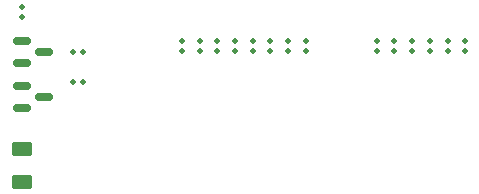
<source format=gbr>
%TF.GenerationSoftware,KiCad,Pcbnew,(6.0.4)*%
%TF.CreationDate,2022-08-11T18:10:44+02:00*%
%TF.ProjectId,mta1-usb-ch552-programmer,6d746131-2d75-4736-922d-63683535322d,rev?*%
%TF.SameCoordinates,Original*%
%TF.FileFunction,Paste,Top*%
%TF.FilePolarity,Positive*%
%FSLAX46Y46*%
G04 Gerber Fmt 4.6, Leading zero omitted, Abs format (unit mm)*
G04 Created by KiCad (PCBNEW (6.0.4)) date 2022-08-11 18:10:44*
%MOMM*%
%LPD*%
G01*
G04 APERTURE LIST*
G04 Aperture macros list*
%AMRoundRect*
0 Rectangle with rounded corners*
0 $1 Rounding radius*
0 $2 $3 $4 $5 $6 $7 $8 $9 X,Y pos of 4 corners*
0 Add a 4 corners polygon primitive as box body*
4,1,4,$2,$3,$4,$5,$6,$7,$8,$9,$2,$3,0*
0 Add four circle primitives for the rounded corners*
1,1,$1+$1,$2,$3*
1,1,$1+$1,$4,$5*
1,1,$1+$1,$6,$7*
1,1,$1+$1,$8,$9*
0 Add four rect primitives between the rounded corners*
20,1,$1+$1,$2,$3,$4,$5,0*
20,1,$1+$1,$4,$5,$6,$7,0*
20,1,$1+$1,$6,$7,$8,$9,0*
20,1,$1+$1,$8,$9,$2,$3,0*%
G04 Aperture macros list end*
%ADD10RoundRect,0.112500X-0.112500X0.112500X-0.112500X-0.112500X0.112500X-0.112500X0.112500X0.112500X0*%
%ADD11RoundRect,0.250000X0.625000X-0.375000X0.625000X0.375000X-0.625000X0.375000X-0.625000X-0.375000X0*%
%ADD12RoundRect,0.112500X0.112500X-0.112500X0.112500X0.112500X-0.112500X0.112500X-0.112500X-0.112500X0*%
%ADD13RoundRect,0.150000X-0.587500X-0.150000X0.587500X-0.150000X0.587500X0.150000X-0.587500X0.150000X0*%
%ADD14RoundRect,0.112500X-0.112500X-0.112500X0.112500X-0.112500X0.112500X0.112500X-0.112500X0.112500X0*%
%ADD15RoundRect,0.112500X0.112500X0.112500X-0.112500X0.112500X-0.112500X-0.112500X0.112500X-0.112500X0*%
G04 APERTURE END LIST*
D10*
%TO.C,R5*%
X153000000Y-109600000D03*
X153000000Y-110400000D03*
%TD*%
%TO.C,R4*%
X154500000Y-109600000D03*
X154500000Y-110400000D03*
%TD*%
%TO.C,R6*%
X151500000Y-109600000D03*
X151500000Y-110400000D03*
%TD*%
D11*
%TO.C,F1*%
X121450000Y-121500000D03*
X121450000Y-118700000D03*
%TD*%
D12*
%TO.C,R12*%
X139500000Y-110400000D03*
X139500000Y-109600000D03*
%TD*%
%TO.C,R14*%
X142500000Y-110400000D03*
X142500000Y-109600000D03*
%TD*%
%TO.C,R11*%
X138000000Y-110400000D03*
X138000000Y-109600000D03*
%TD*%
%TO.C,R13*%
X141000000Y-110400000D03*
X141000000Y-109600000D03*
%TD*%
D13*
%TO.C,Q1*%
X121482500Y-109540000D03*
X121482500Y-111440000D03*
X123357500Y-110490000D03*
%TD*%
D14*
%TO.C,R8*%
X125830000Y-113030000D03*
X126630000Y-113030000D03*
%TD*%
D13*
%TO.C,Q2*%
X121482500Y-113350000D03*
X121482500Y-115250000D03*
X123357500Y-114300000D03*
%TD*%
D12*
%TO.C,R9*%
X135000000Y-110400000D03*
X135000000Y-109600000D03*
%TD*%
%TO.C,R10*%
X136500000Y-110400000D03*
X136500000Y-109600000D03*
%TD*%
D10*
%TO.C,R1*%
X159000000Y-109600000D03*
X159000000Y-110400000D03*
%TD*%
D12*
%TO.C,R16*%
X145500000Y-110400000D03*
X145500000Y-109600000D03*
%TD*%
D10*
%TO.C,R3*%
X156000000Y-109600000D03*
X156000000Y-110400000D03*
%TD*%
%TO.C,R17*%
X121500000Y-106700000D03*
X121500000Y-107500000D03*
%TD*%
D12*
%TO.C,R15*%
X144000000Y-110400000D03*
X144000000Y-109600000D03*
%TD*%
D15*
%TO.C,R7*%
X126630000Y-110490000D03*
X125830000Y-110490000D03*
%TD*%
D10*
%TO.C,R2*%
X157500000Y-109600000D03*
X157500000Y-110400000D03*
%TD*%
M02*

</source>
